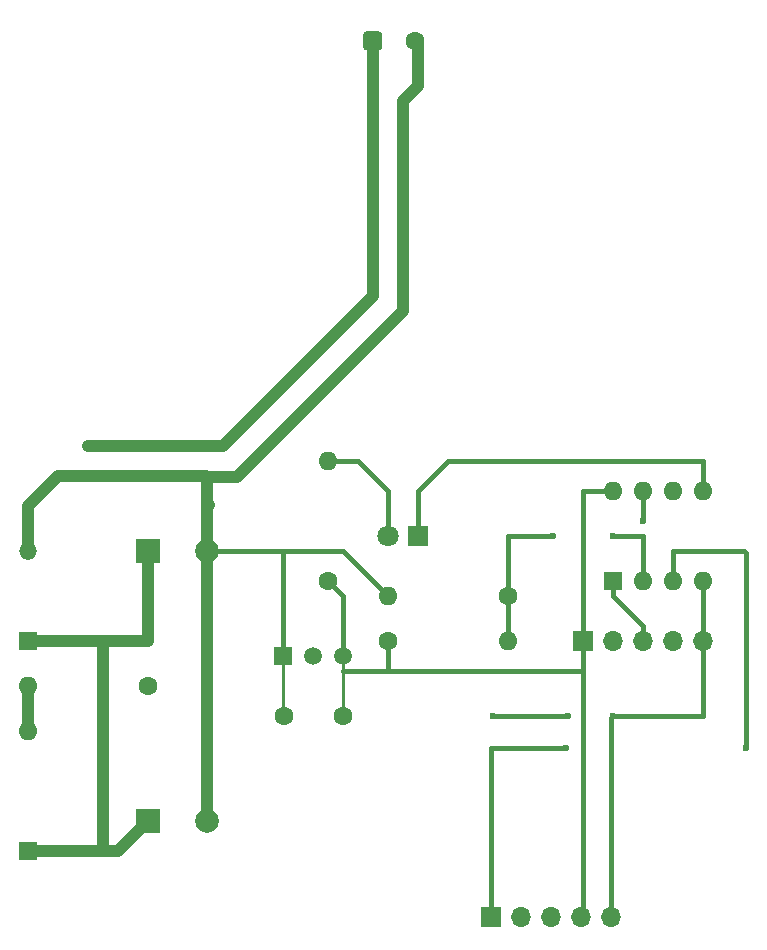
<source format=gbr>
G04 #@! TF.GenerationSoftware,KiCad,Pcbnew,(5.1.9-0-10_14)*
G04 #@! TF.CreationDate,2022-07-17T19:47:57+02:00*
G04 #@! TF.ProjectId,klara-circuitry,6b6c6172-612d-4636-9972-637569747279,rev?*
G04 #@! TF.SameCoordinates,Original*
G04 #@! TF.FileFunction,Copper,L2,Bot*
G04 #@! TF.FilePolarity,Positive*
%FSLAX46Y46*%
G04 Gerber Fmt 4.6, Leading zero omitted, Abs format (unit mm)*
G04 Created by KiCad (PCBNEW (5.1.9-0-10_14)) date 2022-07-17 19:47:57*
%MOMM*%
%LPD*%
G01*
G04 APERTURE LIST*
G04 #@! TA.AperFunction,ComponentPad*
%ADD10O,1.700000X1.700000*%
G04 #@! TD*
G04 #@! TA.AperFunction,ComponentPad*
%ADD11R,1.700000X1.700000*%
G04 #@! TD*
G04 #@! TA.AperFunction,ComponentPad*
%ADD12C,1.600000*%
G04 #@! TD*
G04 #@! TA.AperFunction,ComponentPad*
%ADD13R,1.500000X1.500000*%
G04 #@! TD*
G04 #@! TA.AperFunction,ComponentPad*
%ADD14C,1.500000*%
G04 #@! TD*
G04 #@! TA.AperFunction,ComponentPad*
%ADD15O,1.600000X1.600000*%
G04 #@! TD*
G04 #@! TA.AperFunction,ComponentPad*
%ADD16R,1.600000X1.600000*%
G04 #@! TD*
G04 #@! TA.AperFunction,ComponentPad*
%ADD17C,1.800000*%
G04 #@! TD*
G04 #@! TA.AperFunction,ComponentPad*
%ADD18R,1.800000X1.800000*%
G04 #@! TD*
G04 #@! TA.AperFunction,ComponentPad*
%ADD19C,2.000000*%
G04 #@! TD*
G04 #@! TA.AperFunction,ComponentPad*
%ADD20R,2.000000X2.000000*%
G04 #@! TD*
G04 #@! TA.AperFunction,ComponentPad*
%ADD21O,1.500000X1.500000*%
G04 #@! TD*
G04 #@! TA.AperFunction,ViaPad*
%ADD22C,0.600000*%
G04 #@! TD*
G04 #@! TA.AperFunction,Conductor*
%ADD23C,1.000000*%
G04 #@! TD*
G04 #@! TA.AperFunction,Conductor*
%ADD24C,0.400000*%
G04 #@! TD*
G04 #@! TA.AperFunction,Conductor*
%ADD25C,0.250000*%
G04 #@! TD*
G04 APERTURE END LIST*
D10*
G04 #@! TO.P,LCD1,5*
G04 #@! TO.N,Net-(C2-Pad2)*
X120490000Y-108490000D03*
G04 #@! TO.P,LCD1,4*
G04 #@! TO.N,Net-(C2-Pad1)*
X117950000Y-108490000D03*
G04 #@! TO.P,LCD1,3*
G04 #@! TO.N,Net-(LCD1-Pad3)*
X115410000Y-108490000D03*
G04 #@! TO.P,LCD1,2*
G04 #@! TO.N,Net-(LCD1-Pad2)*
X112870000Y-108490000D03*
D11*
G04 #@! TO.P,LCD1,1*
G04 #@! TO.N,Net-(LCD1-Pad1)*
X110330000Y-108490000D03*
G04 #@! TD*
D12*
G04 #@! TO.P,C2,2*
G04 #@! TO.N,Net-(C2-Pad2)*
X92790000Y-91440000D03*
G04 #@! TO.P,C2,1*
G04 #@! TO.N,Net-(C2-Pad1)*
X97790000Y-91440000D03*
G04 #@! TD*
D13*
G04 #@! TO.P,U1,1*
G04 #@! TO.N,Net-(C2-Pad2)*
X92710000Y-86360000D03*
D14*
G04 #@! TO.P,U1,3*
G04 #@! TO.N,Net-(C2-Pad1)*
X97790000Y-86360000D03*
G04 #@! TO.P,U1,2*
G04 #@! TO.N,Net-(CS1-Pad1)*
X95250000Y-86360000D03*
G04 #@! TD*
D10*
G04 #@! TO.P,J1,5*
G04 #@! TO.N,Net-(C2-Pad2)*
X128270000Y-85090000D03*
G04 #@! TO.P,J1,4*
G04 #@! TO.N,Net-(J1-Pad4)*
X125730000Y-85090000D03*
G04 #@! TO.P,J1,3*
G04 #@! TO.N,Net-(J1-Pad3)*
X123190000Y-85090000D03*
G04 #@! TO.P,J1,2*
G04 #@! TO.N,Net-(J1-Pad2)*
X120650000Y-85090000D03*
D11*
G04 #@! TO.P,J1,1*
G04 #@! TO.N,Net-(C2-Pad1)*
X118110000Y-85090000D03*
G04 #@! TD*
D15*
G04 #@! TO.P,U3,8*
G04 #@! TO.N,Net-(C2-Pad1)*
X120650000Y-72390000D03*
G04 #@! TO.P,U3,4*
G04 #@! TO.N,Net-(C2-Pad2)*
X128270000Y-80010000D03*
G04 #@! TO.P,U3,7*
G04 #@! TO.N,Net-(LCD1-Pad2)*
X123190000Y-72390000D03*
G04 #@! TO.P,U3,3*
G04 #@! TO.N,Net-(LCD1-Pad1)*
X125730000Y-80010000D03*
G04 #@! TO.P,U3,6*
G04 #@! TO.N,Net-(LCD1-Pad3)*
X125730000Y-72390000D03*
G04 #@! TO.P,U3,2*
G04 #@! TO.N,Net-(R2-Pad2)*
X123190000Y-80010000D03*
G04 #@! TO.P,U3,5*
G04 #@! TO.N,Net-(D3-Pad1)*
X128270000Y-72390000D03*
D16*
G04 #@! TO.P,U3,1*
G04 #@! TO.N,Net-(J1-Pad3)*
X120650000Y-80010000D03*
G04 #@! TD*
D15*
G04 #@! TO.P,R2,2*
G04 #@! TO.N,Net-(R2-Pad2)*
X111760000Y-85090000D03*
D12*
G04 #@! TO.P,R2,1*
G04 #@! TO.N,Net-(C2-Pad1)*
X101600000Y-85090000D03*
G04 #@! TD*
D15*
G04 #@! TO.P,R3,2*
G04 #@! TO.N,Net-(C2-Pad2)*
X101600000Y-81280000D03*
D12*
G04 #@! TO.P,R3,1*
G04 #@! TO.N,Net-(R2-Pad2)*
X111760000Y-81280000D03*
G04 #@! TD*
D17*
G04 #@! TO.P,D3,2*
G04 #@! TO.N,Net-(D3-Pad2)*
X101600000Y-76200000D03*
D18*
G04 #@! TO.P,D3,1*
G04 #@! TO.N,Net-(D3-Pad1)*
X104140000Y-76200000D03*
G04 #@! TD*
D19*
G04 #@! TO.P,CS1,2*
G04 #@! TO.N,Net-(C2-Pad2)*
X86280000Y-100330000D03*
D20*
G04 #@! TO.P,CS1,1*
G04 #@! TO.N,Net-(CS1-Pad1)*
X81280000Y-100330000D03*
G04 #@! TD*
D19*
G04 #@! TO.P,CS2,2*
G04 #@! TO.N,Net-(C2-Pad2)*
X86280000Y-77470000D03*
D20*
G04 #@! TO.P,CS2,1*
G04 #@! TO.N,Net-(CS1-Pad1)*
X81280000Y-77470000D03*
G04 #@! TD*
D15*
G04 #@! TO.P,R4,2*
G04 #@! TO.N,Net-(D3-Pad2)*
X96520000Y-69850000D03*
D12*
G04 #@! TO.P,R4,1*
G04 #@! TO.N,Net-(C2-Pad1)*
X96520000Y-80010000D03*
G04 #@! TD*
D15*
G04 #@! TO.P,D1,2*
G04 #@! TO.N,Net-(D1-Pad2)*
X71120000Y-92710000D03*
D16*
G04 #@! TO.P,D1,1*
G04 #@! TO.N,Net-(CS1-Pad1)*
X71120000Y-102870000D03*
G04 #@! TD*
D15*
G04 #@! TO.P,R1,2*
G04 #@! TO.N,Net-(D1-Pad2)*
X71120000Y-88900000D03*
D12*
G04 #@! TO.P,R1,1*
G04 #@! TO.N,Net-(R1-Pad1)*
X81280000Y-88900000D03*
G04 #@! TD*
D21*
G04 #@! TO.P,D2,2*
G04 #@! TO.N,Net-(C2-Pad2)*
X71120000Y-77470000D03*
D13*
G04 #@! TO.P,D2,1*
G04 #@! TO.N,Net-(CS1-Pad1)*
X71120000Y-85090000D03*
G04 #@! TD*
D12*
G04 #@! TO.P,SC1,2*
G04 #@! TO.N,Net-(C2-Pad2)*
X103930000Y-34290000D03*
G04 #@! TO.P,SC1,1*
G04 #@! TO.N,Net-(R1-Pad1)*
G04 #@! TA.AperFunction,ComponentPad*
G36*
G01*
X99530000Y-34840000D02*
X99530000Y-33740000D01*
G75*
G02*
X99780000Y-33490000I250000J0D01*
G01*
X100880000Y-33490000D01*
G75*
G02*
X101130000Y-33740000I0J-250000D01*
G01*
X101130000Y-34840000D01*
G75*
G02*
X100880000Y-35090000I-250000J0D01*
G01*
X99780000Y-35090000D01*
G75*
G02*
X99530000Y-34840000I0J250000D01*
G01*
G37*
G04 #@! TD.AperFunction*
G04 #@! TD*
D22*
G04 #@! TO.N,Net-(C2-Pad2)*
X110490000Y-91440000D03*
X110490000Y-91440000D03*
X110490000Y-91440000D03*
X116840000Y-91440000D03*
X120650000Y-91440000D03*
G04 #@! TO.N,Net-(CS1-Pad1)*
X81280000Y-82550000D03*
G04 #@! TO.N,Net-(LCD1-Pad2)*
X123190000Y-74930000D03*
X123190000Y-74930000D03*
G04 #@! TO.N,Net-(LCD1-Pad1)*
X116680000Y-94140000D03*
X131920000Y-94140000D03*
G04 #@! TO.N,Net-(R1-Pad1)*
X76200000Y-68580000D03*
G04 #@! TO.N,Net-(R2-Pad2)*
X120650000Y-76200000D03*
X120650000Y-76200000D03*
X115570000Y-76200000D03*
G04 #@! TD*
D23*
G04 #@! TO.N,Net-(C2-Pad2)*
X86280000Y-77470000D02*
X86280000Y-100330000D01*
X86280000Y-73580000D02*
X86280000Y-77470000D01*
D24*
X128270000Y-86360000D02*
X128270000Y-85090000D01*
X128270000Y-85090000D02*
X128270000Y-80010000D01*
X110490000Y-91440000D02*
X116840000Y-91440000D01*
X116840000Y-91440000D02*
X116840000Y-91440000D01*
X120490000Y-108490000D02*
X120490000Y-91600000D01*
X120650000Y-91440000D02*
X128270000Y-91440000D01*
X128270000Y-91440000D02*
X128270000Y-85090000D01*
X97790000Y-77470000D02*
X101600000Y-81280000D01*
X93980000Y-77470000D02*
X97790000Y-77470000D01*
X92750000Y-86400000D02*
X92710000Y-86360000D01*
X92710000Y-86360000D02*
X92710000Y-77470000D01*
X92710000Y-77470000D02*
X93980000Y-77470000D01*
X86280000Y-77470000D02*
X92710000Y-77470000D01*
D23*
X104140000Y-38100000D02*
X104140000Y-34500000D01*
X102870000Y-39370000D02*
X104140000Y-38100000D01*
X86280000Y-73580000D02*
X86440000Y-73580000D01*
X102870000Y-57150000D02*
X102870000Y-39370000D01*
X104140000Y-34500000D02*
X103930000Y-34290000D01*
X73660000Y-71120000D02*
X71120000Y-73660000D01*
X71120000Y-73660000D02*
X71120000Y-77470000D01*
X86200000Y-71120000D02*
X73660000Y-71120000D01*
X86280000Y-71200000D02*
X86200000Y-71120000D01*
X86280000Y-73580000D02*
X86280000Y-71200000D01*
X88820000Y-71200000D02*
X102870000Y-57150000D01*
X86280000Y-71200000D02*
X88820000Y-71200000D01*
D25*
X92710000Y-91360000D02*
X92790000Y-91440000D01*
X92710000Y-86360000D02*
X92710000Y-91360000D01*
D24*
G04 #@! TO.N,Net-(C2-Pad1)*
X118110000Y-87630000D02*
X118110000Y-85090000D01*
X104140000Y-87630000D02*
X118110000Y-87630000D01*
X118110000Y-108330000D02*
X117950000Y-108490000D01*
X118110000Y-87630000D02*
X118110000Y-108330000D01*
X118110000Y-85090000D02*
X118110000Y-72390000D01*
X118110000Y-72390000D02*
X120650000Y-72390000D01*
X101600000Y-87630000D02*
X101600000Y-85090000D01*
X104140000Y-87630000D02*
X101600000Y-87630000D01*
X101600000Y-87630000D02*
X97790000Y-87630000D01*
X97790000Y-86360000D02*
X97790000Y-81280000D01*
X97790000Y-81280000D02*
X96520000Y-80010000D01*
D25*
X97790000Y-86360000D02*
X97790000Y-87630000D01*
X97790000Y-87630000D02*
X97790000Y-91440000D01*
D23*
G04 #@! TO.N,Net-(CS1-Pad1)*
X81280000Y-77470000D02*
X81280000Y-85090000D01*
X78740000Y-102870000D02*
X81280000Y-100330000D01*
X77470000Y-102870000D02*
X77470000Y-91440000D01*
X77470000Y-85090000D02*
X71120000Y-85090000D01*
X81280000Y-85090000D02*
X77470000Y-85090000D01*
X77470000Y-91440000D02*
X77470000Y-85090000D01*
X71120000Y-102870000D02*
X77470000Y-102870000D01*
X77470000Y-102870000D02*
X78740000Y-102870000D01*
G04 #@! TO.N,Net-(D1-Pad2)*
X71120000Y-88900000D02*
X71120000Y-92710000D01*
D24*
G04 #@! TO.N,Net-(D3-Pad2)*
X101600000Y-76200000D02*
X101600000Y-72390000D01*
X99060000Y-69850000D02*
X96520000Y-69850000D01*
X101600000Y-72390000D02*
X99060000Y-69850000D01*
G04 #@! TO.N,Net-(D3-Pad1)*
X104140000Y-76200000D02*
X104140000Y-72390000D01*
X104140000Y-72390000D02*
X106680000Y-69850000D01*
X106680000Y-69850000D02*
X128270000Y-69850000D01*
X128270000Y-69850000D02*
X128270000Y-72390000D01*
G04 #@! TO.N,Net-(J1-Pad3)*
X120650000Y-80010000D02*
X120650000Y-81280000D01*
X123190000Y-83820000D02*
X123190000Y-85090000D01*
X120650000Y-81280000D02*
X123190000Y-83820000D01*
G04 #@! TO.N,Net-(LCD1-Pad2)*
X123190000Y-72390000D02*
X123190000Y-74930000D01*
X123190000Y-74930000D02*
X123190000Y-74930000D01*
X123190000Y-74930000D02*
X123190000Y-74930000D01*
G04 #@! TO.N,Net-(LCD1-Pad1)*
X110330000Y-108490000D02*
X110330000Y-94140000D01*
X110330000Y-94140000D02*
X116680000Y-94140000D01*
X116680000Y-94140000D02*
X116680000Y-94140000D01*
X131920000Y-94140000D02*
X131920000Y-77630000D01*
X131920000Y-77630000D02*
X131760000Y-77470000D01*
X131760000Y-77470000D02*
X125730000Y-77470000D01*
X125730000Y-77470000D02*
X125730000Y-80010000D01*
D23*
G04 #@! TO.N,Net-(R1-Pad1)*
X100330000Y-34290000D02*
X100330000Y-55880000D01*
X100330000Y-55880000D02*
X87630000Y-68580000D01*
X87630000Y-68580000D02*
X76200000Y-68580000D01*
D24*
G04 #@! TO.N,Net-(R2-Pad2)*
X111760000Y-85090000D02*
X111760000Y-81280000D01*
X123190000Y-80010000D02*
X123190000Y-76200000D01*
X123190000Y-76200000D02*
X120650000Y-76200000D01*
X120650000Y-76200000D02*
X120650000Y-76200000D01*
X120650000Y-76200000D02*
X120650000Y-76200000D01*
X115570000Y-76200000D02*
X111760000Y-76200000D01*
X111760000Y-76200000D02*
X111760000Y-81280000D01*
G04 #@! TD*
M02*

</source>
